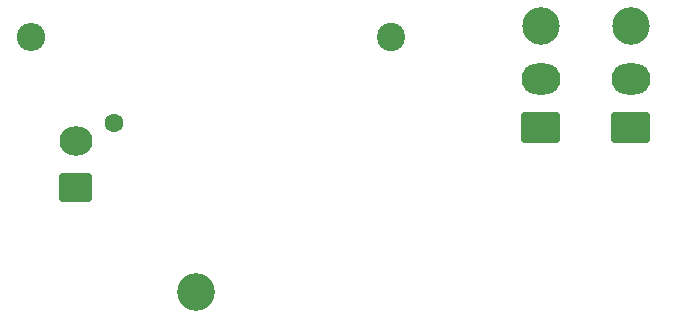
<source format=gbr>
%TF.GenerationSoftware,KiCad,Pcbnew,5.1.7-a382d34a8~88~ubuntu18.04.1*%
%TF.CreationDate,2021-02-25T09:43:27-05:00*%
%TF.ProjectId,TSAL,5453414c-2e6b-4696-9361-645f70636258,rev?*%
%TF.SameCoordinates,Original*%
%TF.FileFunction,Soldermask,Bot*%
%TF.FilePolarity,Negative*%
%FSLAX46Y46*%
G04 Gerber Fmt 4.6, Leading zero omitted, Abs format (unit mm)*
G04 Created by KiCad (PCBNEW 5.1.7-a382d34a8~88~ubuntu18.04.1) date 2021-02-25 09:43:27*
%MOMM*%
%LPD*%
G01*
G04 APERTURE LIST*
%ADD10O,2.400000X2.400000*%
%ADD11C,2.400000*%
%ADD12C,3.180000*%
%ADD13O,3.300000X2.640000*%
%ADD14C,1.600000*%
%ADD15O,2.800000X2.460000*%
%ADD16C,3.200000*%
G04 APERTURE END LIST*
D10*
%TO.C,R1*%
X128270000Y-71120000D03*
D11*
X158750000Y-71120000D03*
%TD*%
D12*
%TO.C,J3*%
X179070000Y-70160000D03*
D13*
X179070000Y-74600000D03*
G36*
G01*
X180720000Y-77670000D02*
X180720000Y-79810000D01*
G75*
G02*
X180470000Y-80060000I-250000J0D01*
G01*
X177670000Y-80060000D01*
G75*
G02*
X177420000Y-79810000I0J250000D01*
G01*
X177420000Y-77670000D01*
G75*
G02*
X177670000Y-77420000I250000J0D01*
G01*
X180470000Y-77420000D01*
G75*
G02*
X180720000Y-77670000I0J-250000D01*
G01*
G37*
%TD*%
D12*
%TO.C,J2*%
X171450000Y-70160000D03*
D13*
X171450000Y-74600000D03*
G36*
G01*
X173100000Y-77670000D02*
X173100000Y-79810000D01*
G75*
G02*
X172850000Y-80060000I-250000J0D01*
G01*
X170050000Y-80060000D01*
G75*
G02*
X169800000Y-79810000I0J250000D01*
G01*
X169800000Y-77670000D01*
G75*
G02*
X170050000Y-77420000I250000J0D01*
G01*
X172850000Y-77420000D01*
G75*
G02*
X173100000Y-77670000I0J-250000D01*
G01*
G37*
%TD*%
D14*
%TO.C,J1*%
X135330000Y-78360000D03*
D15*
X132080000Y-79860000D03*
G36*
G01*
X133230001Y-85050000D02*
X130929999Y-85050000D01*
G75*
G02*
X130680000Y-84800001I0J249999D01*
G01*
X130680000Y-82839999D01*
G75*
G02*
X130929999Y-82590000I249999J0D01*
G01*
X133230001Y-82590000D01*
G75*
G02*
X133480000Y-82839999I0J-249999D01*
G01*
X133480000Y-84800001D01*
G75*
G02*
X133230001Y-85050000I-249999J0D01*
G01*
G37*
%TD*%
D16*
%TO.C,H1*%
X142240000Y-92710000D03*
%TD*%
M02*

</source>
